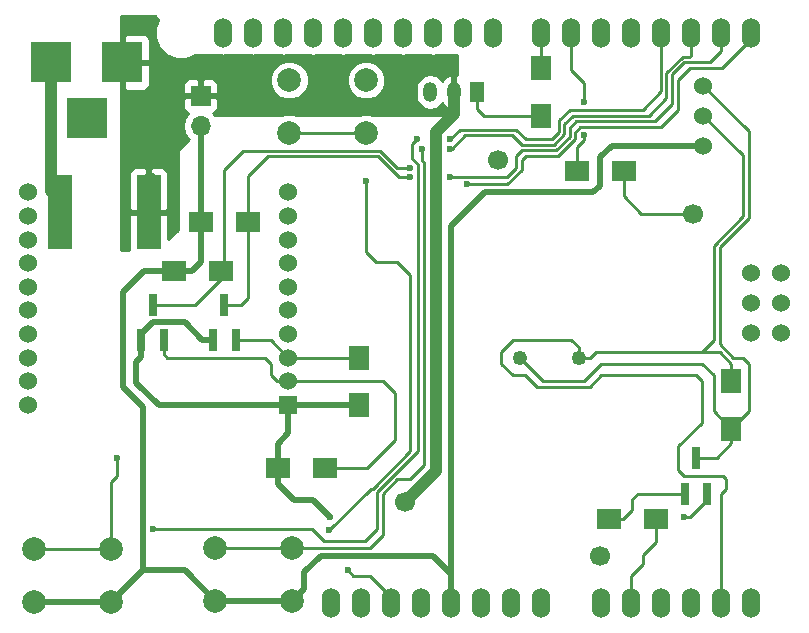
<source format=gbr>
G04 #@! TF.GenerationSoftware,KiCad,Pcbnew,5.0.1*
G04 #@! TF.CreationDate,2019-02-15T13:26:15-06:00*
G04 #@! TF.ProjectId,tomato_timer,746F6D61746F5F74696D65722E6B6963,rev?*
G04 #@! TF.SameCoordinates,Original*
G04 #@! TF.FileFunction,Copper,L1,Top,Signal*
G04 #@! TF.FilePolarity,Positive*
%FSLAX46Y46*%
G04 Gerber Fmt 4.6, Leading zero omitted, Abs format (unit mm)*
G04 Created by KiCad (PCBNEW 5.0.1) date Fri 15 Feb 2019 01:26:15 PM CST*
%MOMM*%
%LPD*%
G01*
G04 APERTURE LIST*
G04 #@! TA.AperFunction,SMDPad,CuDef*
%ADD10R,2.000000X1.700000*%
G04 #@! TD*
G04 #@! TA.AperFunction,SMDPad,CuDef*
%ADD11R,2.000000X6.300000*%
G04 #@! TD*
G04 #@! TA.AperFunction,ComponentPad*
%ADD12O,1.524000X2.540000*%
G04 #@! TD*
G04 #@! TA.AperFunction,ComponentPad*
%ADD13C,1.524000*%
G04 #@! TD*
G04 #@! TA.AperFunction,ComponentPad*
%ADD14C,2.000000*%
G04 #@! TD*
G04 #@! TA.AperFunction,SMDPad,CuDef*
%ADD15R,1.700000X2.000000*%
G04 #@! TD*
G04 #@! TA.AperFunction,ComponentPad*
%ADD16C,1.250000*%
G04 #@! TD*
G04 #@! TA.AperFunction,ComponentPad*
%ADD17R,1.524000X1.524000*%
G04 #@! TD*
G04 #@! TA.AperFunction,ComponentPad*
%ADD18R,3.500000X3.500000*%
G04 #@! TD*
G04 #@! TA.AperFunction,ComponentPad*
%ADD19R,1.700000X1.700000*%
G04 #@! TD*
G04 #@! TA.AperFunction,ComponentPad*
%ADD20O,1.700000X1.700000*%
G04 #@! TD*
G04 #@! TA.AperFunction,ComponentPad*
%ADD21C,1.700000*%
G04 #@! TD*
G04 #@! TA.AperFunction,SMDPad,CuDef*
%ADD22R,0.800000X1.900000*%
G04 #@! TD*
G04 #@! TA.AperFunction,ComponentPad*
%ADD23O,1.200000X1.700000*%
G04 #@! TD*
G04 #@! TA.AperFunction,ComponentPad*
%ADD24R,1.200000X1.700000*%
G04 #@! TD*
G04 #@! TA.AperFunction,ViaPad*
%ADD25C,0.600000*%
G04 #@! TD*
G04 #@! TA.AperFunction,Conductor*
%ADD26C,0.500000*%
G04 #@! TD*
G04 #@! TA.AperFunction,Conductor*
%ADD27C,0.250000*%
G04 #@! TD*
G04 #@! TA.AperFunction,Conductor*
%ADD28C,1.000000*%
G04 #@! TD*
G04 #@! TA.AperFunction,Conductor*
%ADD29C,0.254000*%
G04 #@! TD*
G04 APERTURE END LIST*
D10*
G04 #@! TO.P,R7,2*
G04 #@! TO.N,/PIXEL_RING_PIN*
X197330000Y-75225000D03*
G04 #@! TO.P,R7,1*
G04 #@! TO.N,Net-(D2-Pad4)*
X201330000Y-75225000D03*
G04 #@! TD*
G04 #@! TO.P,R4,2*
G04 #@! TO.N,/3V3*
X172030019Y-100372801D03*
G04 #@! TO.P,R4,1*
G04 #@! TO.N,/DOUT*
X176030019Y-100372801D03*
G04 #@! TD*
D11*
G04 #@! TO.P,C2,2*
G04 #@! TO.N,/GND*
X153580019Y-78672801D03*
G04 #@! TO.P,C2,1*
G04 #@! TO.N,/5V_IN*
X161080019Y-78672801D03*
G04 #@! TD*
D12*
G04 #@! TO.P,TOMATO_SHIELD1,AD5*
G04 #@! TO.N,N/C*
X212100000Y-111760000D03*
G04 #@! TO.P,TOMATO_SHIELD1,AD4*
G04 #@! TO.N,/VOL_IN*
X209560000Y-111760000D03*
G04 #@! TO.P,TOMATO_SHIELD1,AD3*
G04 #@! TO.N,N/C*
X207020000Y-111760000D03*
G04 #@! TO.P,TOMATO_SHIELD1,AD0*
X199400000Y-111760000D03*
G04 #@! TO.P,TOMATO_SHIELD1,AD1*
G04 #@! TO.N,/BUZZER*
X201940000Y-111760000D03*
G04 #@! TO.P,TOMATO_SHIELD1,AD2*
G04 #@! TO.N,N/C*
X204480000Y-111760000D03*
G04 #@! TO.P,TOMATO_SHIELD1,V_IN*
X194320000Y-111760000D03*
G04 #@! TO.P,TOMATO_SHIELD1,GND2*
G04 #@! TO.N,/GND*
X191780000Y-111760000D03*
G04 #@! TO.P,TOMATO_SHIELD1,GND1*
X189240000Y-111760000D03*
G04 #@! TO.P,TOMATO_SHIELD1,3V3*
G04 #@! TO.N,/3V3*
X184160000Y-111760000D03*
G04 #@! TO.P,TOMATO_SHIELD1,RST*
G04 #@! TO.N,/RESET*
X181620000Y-111760000D03*
G04 #@! TO.P,TOMATO_SHIELD1,0*
G04 #@! TO.N,/RX*
X212100000Y-63500000D03*
G04 #@! TO.P,TOMATO_SHIELD1,1*
G04 #@! TO.N,/TX*
X209560000Y-63500000D03*
G04 #@! TO.P,TOMATO_SHIELD1,2*
G04 #@! TO.N,/BTN_START*
X207020000Y-63500000D03*
G04 #@! TO.P,TOMATO_SHIELD1,3*
G04 #@! TO.N,/BTN_STOP*
X204480000Y-63500000D03*
G04 #@! TO.P,TOMATO_SHIELD1,4*
G04 #@! TO.N,N/C*
X201940000Y-63500000D03*
G04 #@! TO.P,TOMATO_SHIELD1,5*
X199400000Y-63500000D03*
G04 #@! TO.P,TOMATO_SHIELD1,6*
G04 #@! TO.N,/PIXEL_RING_PIN*
X196860000Y-63500000D03*
G04 #@! TO.P,TOMATO_SHIELD1,7*
G04 #@! TO.N,/PIXEL_STRIP_PIN*
X194320000Y-63500000D03*
G04 #@! TO.P,TOMATO_SHIELD1,8*
G04 #@! TO.N,N/C*
X190256000Y-63500000D03*
G04 #@! TO.P,TOMATO_SHIELD1,9*
X187716000Y-63500000D03*
G04 #@! TO.P,TOMATO_SHIELD1,10*
X185176000Y-63500000D03*
G04 #@! TO.P,TOMATO_SHIELD1,11*
X182636000Y-63500000D03*
G04 #@! TO.P,TOMATO_SHIELD1,12*
X180096000Y-63500000D03*
G04 #@! TO.P,TOMATO_SHIELD1,13*
X177556000Y-63500000D03*
G04 #@! TO.P,TOMATO_SHIELD1,GND3*
G04 #@! TO.N,/GND*
X175016000Y-63500000D03*
G04 #@! TO.P,TOMATO_SHIELD1,AREF*
G04 #@! TO.N,N/C*
X172476000Y-63500000D03*
G04 #@! TO.P,TOMATO_SHIELD1,5V*
G04 #@! TO.N,/5V*
X186700000Y-111760000D03*
G04 #@! TO.P,TOMATO_SHIELD1,SDA*
G04 #@! TO.N,N/C*
X169936000Y-63500000D03*
G04 #@! TO.P,TOMATO_SHIELD1,SCL*
X167396000Y-63500000D03*
G04 #@! TO.P,TOMATO_SHIELD1,IO_R*
X179080000Y-111760000D03*
G04 #@! TO.P,TOMATO_SHIELD1,NC*
X176540000Y-111760000D03*
D13*
G04 #@! TO.P,TOMATO_SHIELD1,SP1*
X212100000Y-83820000D03*
G04 #@! TO.P,TOMATO_SHIELD1,SP2*
X214640000Y-83820000D03*
G04 #@! TO.P,TOMATO_SHIELD1,SP3*
X212100000Y-86360000D03*
G04 #@! TO.P,TOMATO_SHIELD1,SP4*
X214640000Y-86360000D03*
G04 #@! TO.P,TOMATO_SHIELD1,SP5*
X212100000Y-88900000D03*
G04 #@! TO.P,TOMATO_SHIELD1,SP6*
X214640000Y-88900000D03*
G04 #@! TD*
D14*
G04 #@! TO.P,SW2,2*
G04 #@! TO.N,/GND*
X179500000Y-67500000D03*
G04 #@! TO.P,SW2,1*
G04 #@! TO.N,/RESET*
X179500000Y-72000000D03*
G04 #@! TO.P,SW2,2*
G04 #@! TO.N,/GND*
X173000000Y-67500000D03*
G04 #@! TO.P,SW2,1*
G04 #@! TO.N,/RESET*
X173000000Y-72000000D03*
G04 #@! TD*
D15*
G04 #@! TO.P,R10,1*
G04 #@! TO.N,/VOL_IN*
X210430000Y-93000000D03*
G04 #@! TO.P,R10,2*
G04 #@! TO.N,Net-(LS1-Pad1)*
X210430000Y-97000000D03*
G04 #@! TD*
D14*
G04 #@! TO.P,SW3,2*
G04 #@! TO.N,/BTN_START*
X173246000Y-107100000D03*
G04 #@! TO.P,SW3,1*
G04 #@! TO.N,/5V*
X173246000Y-111600000D03*
G04 #@! TO.P,SW3,2*
G04 #@! TO.N,/BTN_START*
X166746000Y-107100000D03*
G04 #@! TO.P,SW3,1*
G04 #@! TO.N,/5V*
X166746000Y-111600000D03*
G04 #@! TD*
G04 #@! TO.P,SW4,2*
G04 #@! TO.N,/BTN_STOP*
X157896000Y-107200000D03*
G04 #@! TO.P,SW4,1*
G04 #@! TO.N,/5V*
X157896000Y-111700000D03*
G04 #@! TO.P,SW4,2*
G04 #@! TO.N,/BTN_STOP*
X151396000Y-107200000D03*
G04 #@! TO.P,SW4,1*
G04 #@! TO.N,/5V*
X151396000Y-111700000D03*
G04 #@! TD*
D16*
G04 #@! TO.P,LS1,1*
G04 #@! TO.N,Net-(LS1-Pad1)*
X192500000Y-91000000D03*
G04 #@! TO.P,LS1,2*
G04 #@! TO.N,/VOL_IN*
X197500000Y-91000000D03*
G04 #@! TD*
D13*
G04 #@! TO.P,U1,11*
G04 #@! TO.N,N/C*
X150900000Y-77000000D03*
G04 #@! TO.P,U1,12*
X150900000Y-79000000D03*
G04 #@! TO.P,U1,13*
X150900000Y-81000000D03*
G04 #@! TO.P,U1,14*
X150900000Y-83000000D03*
G04 #@! TO.P,U1,15*
X150900000Y-85000000D03*
G04 #@! TO.P,U1,16*
X150900000Y-87000000D03*
G04 #@! TO.P,U1,17*
X150900000Y-89000000D03*
G04 #@! TO.P,U1,18*
X150900000Y-91000000D03*
G04 #@! TO.P,U1,19*
X150900000Y-93000000D03*
G04 #@! TO.P,U1,20*
X150900000Y-95000000D03*
G04 #@! TO.P,U1,10*
G04 #@! TO.N,/GND*
X172900000Y-77000000D03*
G04 #@! TO.P,U1,9*
G04 #@! TO.N,N/C*
X172900000Y-79000000D03*
G04 #@! TO.P,U1,8*
X172900000Y-81000000D03*
G04 #@! TO.P,U1,7*
X172900000Y-83000000D03*
G04 #@! TO.P,U1,6*
X172900000Y-85000000D03*
G04 #@! TO.P,U1,5*
X172900000Y-87000000D03*
G04 #@! TO.P,U1,4*
X172900000Y-89000000D03*
G04 #@! TO.P,U1,3*
G04 #@! TO.N,/DIN*
X172900000Y-91000000D03*
G04 #@! TO.P,U1,2*
G04 #@! TO.N,/DOUT*
X172900000Y-93000000D03*
D17*
G04 #@! TO.P,U1,1*
G04 #@! TO.N,/3V3*
X172900000Y-95000000D03*
G04 #@! TD*
D18*
G04 #@! TO.P,J1,3*
G04 #@! TO.N,N/C*
X155853000Y-70700000D03*
G04 #@! TO.P,J1,2*
G04 #@! TO.N,/GND*
X152853000Y-66000000D03*
G04 #@! TO.P,J1,1*
G04 #@! TO.N,/5V_IN*
X158853000Y-66000000D03*
G04 #@! TD*
D19*
G04 #@! TO.P,JP2,1*
G04 #@! TO.N,/5V_IN*
X165500000Y-68834000D03*
D20*
G04 #@! TO.P,JP2,2*
G04 #@! TO.N,/5V*
X165500000Y-71374000D03*
G04 #@! TD*
D21*
G04 #@! TO.P,D2,4*
G04 #@! TO.N,Net-(D2-Pad4)*
X207192000Y-78808000D03*
G04 #@! TO.P,D2,1*
G04 #@! TO.N,N/C*
X190682000Y-74236000D03*
G04 #@! TO.P,D2,2*
G04 #@! TO.N,/GND*
X199318000Y-107764000D03*
G04 #@! TO.P,D2,3*
G04 #@! TO.N,/5V_IN*
X182808000Y-103192000D03*
G04 #@! TD*
D13*
G04 #@! TO.P,RV1,2*
G04 #@! TO.N,/VOL_IN*
X208060000Y-70500000D03*
G04 #@! TO.P,RV1,3*
G04 #@! TO.N,/5V*
X208060000Y-73040000D03*
G04 #@! TO.P,RV1,1*
G04 #@! TO.N,Net-(LS1-Pad1)*
X208060000Y-67960000D03*
G04 #@! TD*
D10*
G04 #@! TO.P,R1,1*
G04 #@! TO.N,/5V*
X165500000Y-79500000D03*
G04 #@! TO.P,R1,2*
G04 #@! TO.N,/TX*
X169500000Y-79500000D03*
G04 #@! TD*
D15*
G04 #@! TO.P,R2,2*
G04 #@! TO.N,/3V3*
X178930000Y-95000000D03*
G04 #@! TO.P,R2,1*
G04 #@! TO.N,/DIN*
X178930000Y-91000000D03*
G04 #@! TD*
D10*
G04 #@! TO.P,R3,1*
G04 #@! TO.N,/5V*
X163230019Y-83672801D03*
G04 #@! TO.P,R3,2*
G04 #@! TO.N,/RX*
X167230019Y-83672801D03*
G04 #@! TD*
D15*
G04 #@! TO.P,R8,1*
G04 #@! TO.N,Net-(D1-Pad1)*
X194320000Y-70500000D03*
G04 #@! TO.P,R8,2*
G04 #@! TO.N,/PIXEL_STRIP_PIN*
X194320000Y-66500000D03*
G04 #@! TD*
D22*
G04 #@! TO.P,Q1,3*
G04 #@! TO.N,/TX*
X167500000Y-86500000D03*
G04 #@! TO.P,Q1,2*
G04 #@! TO.N,/DIN*
X168450000Y-89500000D03*
G04 #@! TO.P,Q1,1*
G04 #@! TO.N,/3V3*
X166550000Y-89500000D03*
G04 #@! TD*
G04 #@! TO.P,Q2,1*
G04 #@! TO.N,/3V3*
X160480000Y-89500000D03*
G04 #@! TO.P,Q2,2*
G04 #@! TO.N,/DOUT*
X162380000Y-89500000D03*
G04 #@! TO.P,Q2,3*
G04 #@! TO.N,/RX*
X161430000Y-86500000D03*
G04 #@! TD*
G04 #@! TO.P,Q3,C*
G04 #@! TO.N,Net-(LS1-Pad1)*
X207430000Y-99500000D03*
G04 #@! TO.P,Q3,E*
G04 #@! TO.N,/GND*
X208380000Y-102500000D03*
G04 #@! TO.P,Q3,B*
G04 #@! TO.N,Net-(Q3-PadB)*
X206480000Y-102500000D03*
G04 #@! TD*
D10*
G04 #@! TO.P,R9,2*
G04 #@! TO.N,Net-(Q3-PadB)*
X200030019Y-104672801D03*
G04 #@! TO.P,R9,1*
G04 #@! TO.N,/BUZZER*
X204030019Y-104672801D03*
G04 #@! TD*
D23*
G04 #@! TO.P,D1,3*
G04 #@! TO.N,/GND*
X184930000Y-68500000D03*
G04 #@! TO.P,D1,2*
G04 #@! TO.N,/5V_IN*
X186930000Y-68500000D03*
D24*
G04 #@! TO.P,D1,1*
G04 #@! TO.N,Net-(D1-Pad1)*
X188930000Y-68500000D03*
G04 #@! TD*
D25*
G04 #@! TO.N,/3V3*
X176430000Y-104500000D03*
G04 #@! TO.N,/TX*
X186630000Y-75700000D03*
X183230000Y-75700000D03*
G04 #@! TO.N,/RX*
X188030000Y-76325000D03*
X183230000Y-74900000D03*
G04 #@! TO.N,/BTN_START*
X186630000Y-73300000D03*
X184230000Y-73300000D03*
G04 #@! TO.N,/BTN_STOP*
X161446000Y-105500000D03*
X158430000Y-99500000D03*
X186630000Y-72500000D03*
X183805736Y-72500000D03*
G04 #@! TO.N,/RESET*
X177930000Y-109000000D03*
X176328959Y-105601041D03*
X179500000Y-76000000D03*
G04 #@! TO.N,/PIXEL_RING_PIN*
X197960000Y-69375000D03*
X197960000Y-72125000D03*
G04 #@! TO.N,/GND*
X206430000Y-104500000D03*
G04 #@! TD*
D26*
G04 #@! TO.N,/3V3*
X176500000Y-95000000D02*
X172900000Y-95000000D01*
X176500000Y-95000000D02*
X178930000Y-95000000D01*
X172900000Y-95000000D02*
X161930000Y-95000000D01*
X161930000Y-95000000D02*
X160050000Y-93120000D01*
X161430000Y-88000000D02*
X160480000Y-88950000D01*
X164150000Y-88000000D02*
X161430000Y-88000000D01*
X160480000Y-88950000D02*
X160480000Y-89500000D01*
X166550000Y-89500000D02*
X165650000Y-89500000D01*
X165650000Y-89500000D02*
X164150000Y-88000000D01*
X160050000Y-91380000D02*
X160050000Y-93120000D01*
X160480000Y-90950000D02*
X160050000Y-91380000D01*
X160480000Y-89500000D02*
X160480000Y-90950000D01*
X172030019Y-101722801D02*
X173380019Y-103072801D01*
X172030019Y-100372801D02*
X172030019Y-101722801D01*
X175002801Y-103072801D02*
X176430000Y-104500000D01*
X173380019Y-103072801D02*
X175002801Y-103072801D01*
X172900000Y-95000000D02*
X172900000Y-97402820D01*
X172030019Y-98272801D02*
X172030019Y-100372801D01*
X172900000Y-97402820D02*
X172030019Y-98272801D01*
D27*
G04 #@! TO.N,/TX*
X168930000Y-86500000D02*
X167500000Y-86500000D01*
X169500000Y-79500000D02*
X169500000Y-85930000D01*
X169500000Y-85930000D02*
X168930000Y-86500000D01*
X169500000Y-75630000D02*
X169500000Y-79500000D01*
X182268601Y-75700000D02*
X180518610Y-73950009D01*
X183230000Y-75700000D02*
X182268601Y-75700000D01*
X171179991Y-73950009D02*
X169500000Y-75630000D01*
X180518610Y-73950009D02*
X171179991Y-73950009D01*
X209560000Y-65020000D02*
X209560000Y-63500000D01*
X208580000Y-66000000D02*
X209560000Y-65020000D01*
X206430000Y-66000000D02*
X208580000Y-66000000D01*
X205430000Y-69500000D02*
X205430000Y-67000000D01*
X197302820Y-71000000D02*
X203930000Y-71000000D01*
X196730018Y-71572802D02*
X197302820Y-71000000D01*
X196730018Y-72276804D02*
X196730018Y-71572802D01*
X205430000Y-67000000D02*
X206430000Y-66000000D01*
X191430000Y-75700000D02*
X192230000Y-74900000D01*
X192230000Y-73900000D02*
X192729980Y-73400020D01*
X203930000Y-71000000D02*
X205430000Y-69500000D01*
X192230000Y-74900000D02*
X192230000Y-73900000D01*
X192729980Y-73400020D02*
X195606802Y-73400020D01*
X186630000Y-75700000D02*
X191430000Y-75700000D01*
X195606802Y-73400020D02*
X196730018Y-72276804D01*
G04 #@! TO.N,/RX*
X162080000Y-86500000D02*
X161430000Y-86500000D01*
X165030000Y-86500000D02*
X162080000Y-86500000D01*
X167430000Y-84100000D02*
X165030000Y-86500000D01*
X167430000Y-83000000D02*
X167430000Y-84100000D01*
X204430000Y-71500000D02*
X199430000Y-71500000D01*
X212100000Y-63500000D02*
X212100000Y-64008000D01*
X212100000Y-64008000D02*
X209608000Y-66500000D01*
X209608000Y-66500000D02*
X206930000Y-66500000D01*
X205930000Y-70000000D02*
X204430000Y-71500000D01*
X206930000Y-66500000D02*
X205930000Y-67500000D01*
X205930000Y-67500000D02*
X205930000Y-70000000D01*
X197630000Y-71500000D02*
X197180028Y-71949972D01*
X199430000Y-71500000D02*
X197630000Y-71500000D01*
X197180027Y-72463205D02*
X195743232Y-73900000D01*
X197180028Y-71949972D02*
X197180027Y-72463205D01*
X192680010Y-74249990D02*
X192680009Y-75086401D01*
X195743232Y-73900000D02*
X193030000Y-73900000D01*
X193030000Y-73900000D02*
X192680010Y-74249990D01*
X192680009Y-75086401D02*
X191441420Y-76324990D01*
X191441420Y-76324990D02*
X188030010Y-76324990D01*
X188030010Y-76324990D02*
X188030000Y-76325000D01*
X167430000Y-75100000D02*
X167430000Y-83000000D01*
X169055005Y-73474995D02*
X167430000Y-75100000D01*
X180680006Y-73474995D02*
X169055005Y-73474995D01*
X183230000Y-74900000D02*
X182105011Y-74900000D01*
X182105011Y-74900000D02*
X180680006Y-73474995D01*
D26*
G04 #@! TO.N,/5V*
X166746000Y-111600000D02*
X173246000Y-111600000D01*
X157896000Y-111700000D02*
X151396000Y-111700000D01*
X157896000Y-111700000D02*
X160596000Y-109000000D01*
X164146000Y-109000000D02*
X166746000Y-111600000D01*
X160596000Y-109000000D02*
X164146000Y-109000000D01*
X165500000Y-79500000D02*
X165500000Y-80930000D01*
X174245999Y-110600001D02*
X174245999Y-109184001D01*
X173246000Y-111600000D02*
X174245999Y-110600001D01*
X174245999Y-109184001D02*
X175654990Y-107775010D01*
X175654990Y-107775010D02*
X185205010Y-107775010D01*
X160596000Y-95166000D02*
X160596000Y-109000000D01*
X158930000Y-93500000D02*
X160596000Y-95166000D01*
X186700000Y-109270000D02*
X186700000Y-111760000D01*
X185205010Y-107775010D02*
X186700000Y-109270000D01*
X165500000Y-71374000D02*
X165500000Y-79500000D01*
X165500000Y-82902820D02*
X165500000Y-80930000D01*
X164730019Y-83672801D02*
X165500000Y-82902820D01*
X163230019Y-83672801D02*
X164730019Y-83672801D01*
X160730000Y-83672801D02*
X158930000Y-85472801D01*
X163230019Y-83672801D02*
X160730000Y-83672801D01*
X158930000Y-85472801D02*
X158930000Y-93500000D01*
X186696000Y-79834000D02*
X186696000Y-83566000D01*
X186696000Y-83566000D02*
X186700000Y-111760000D01*
X200315000Y-73040000D02*
X199330000Y-74025000D01*
X208060000Y-73040000D02*
X200315000Y-73040000D01*
X198755000Y-77000000D02*
X189530000Y-77000000D01*
X199330000Y-74025000D02*
X199330000Y-76425000D01*
X189530000Y-77000000D02*
X186696000Y-79834000D01*
X199330000Y-76425000D02*
X198755000Y-77000000D01*
D27*
G04 #@! TO.N,/BTN_START*
X166746000Y-107100000D02*
X173246000Y-107100000D01*
X180930000Y-106000000D02*
X179830000Y-107100000D01*
X180930000Y-102500000D02*
X180930000Y-106000000D01*
X179830000Y-107100000D02*
X173246000Y-107100000D01*
X203430000Y-70500000D02*
X198430000Y-70500000D01*
X207020000Y-65410000D02*
X206930000Y-65500000D01*
X207020000Y-63500000D02*
X207020000Y-65410000D01*
X206930000Y-65500000D02*
X206293590Y-65500000D01*
X206293590Y-65500000D02*
X204930000Y-66863590D01*
X204930000Y-66863590D02*
X204930000Y-69000000D01*
X204930000Y-69000000D02*
X203430000Y-70500000D01*
X183230000Y-101300000D02*
X182130000Y-101300000D01*
X184230000Y-74300000D02*
X184404990Y-74474990D01*
X182130000Y-101300000D02*
X180930000Y-102500000D01*
X184230000Y-73300000D02*
X184230000Y-74300000D01*
X184404990Y-100125010D02*
X183230000Y-101300000D01*
X184404990Y-74474990D02*
X184404990Y-100125010D01*
X196280009Y-72090403D02*
X196280009Y-71250010D01*
X195420403Y-72950009D02*
X196280009Y-72090403D01*
X192680010Y-72950010D02*
X195420403Y-72950009D01*
X198430000Y-70500000D02*
X197030019Y-70500000D01*
X196280009Y-71250010D02*
X197030019Y-70500000D01*
X191880010Y-72150010D02*
X192680010Y-72950010D01*
X186630000Y-73300000D02*
X186755002Y-73300000D01*
X187904992Y-72150010D02*
X191880010Y-72150010D01*
X186755002Y-73300000D02*
X187904992Y-72150010D01*
G04 #@! TO.N,/BTN_STOP*
X152810213Y-107200000D02*
X157896000Y-107200000D01*
X151396000Y-107200000D02*
X152810213Y-107200000D01*
X180430000Y-102363590D02*
X180430000Y-105500000D01*
X180430000Y-105500000D02*
X179430000Y-106500000D01*
X179430000Y-106500000D02*
X175930000Y-106500000D01*
X175930000Y-106500000D02*
X174930000Y-105500000D01*
X174930000Y-105500000D02*
X165930000Y-105500000D01*
X165930000Y-105500000D02*
X161446000Y-105500000D01*
X158430000Y-99500000D02*
X158430000Y-101000000D01*
X157896000Y-101534000D02*
X157896000Y-107200000D01*
X158430000Y-101000000D02*
X157896000Y-101534000D01*
X204480000Y-68450000D02*
X202930000Y-70000000D01*
X204480000Y-63500000D02*
X204480000Y-68450000D01*
X202930000Y-70000000D02*
X197930000Y-70000000D01*
X197930000Y-70000000D02*
X196730000Y-70000000D01*
X196730000Y-70000000D02*
X195830000Y-70900000D01*
X195830000Y-71904002D02*
X195234002Y-72500000D01*
X195830000Y-70900000D02*
X195830000Y-71904002D01*
X195234002Y-72500000D02*
X193030000Y-72500000D01*
X193030000Y-72500000D02*
X192230000Y-71700000D01*
X192230000Y-71700000D02*
X187430000Y-71700000D01*
X187430000Y-71700000D02*
X186630000Y-72500000D01*
X182930000Y-99863590D02*
X182830000Y-99963590D01*
X182830000Y-99963590D02*
X180430000Y-102363590D01*
X183855001Y-98938589D02*
X182830000Y-99963590D01*
X183855001Y-74599999D02*
X183855001Y-98938589D01*
X183805736Y-72500000D02*
X183430000Y-72875736D01*
X183430000Y-74174998D02*
X183855001Y-74599999D01*
X183430000Y-72875736D02*
X183430000Y-74174998D01*
G04 #@! TO.N,/BUZZER*
X201940000Y-109490000D02*
X201940000Y-111760000D01*
X202930000Y-108500000D02*
X201940000Y-109490000D01*
X204030019Y-106572782D02*
X202930000Y-107672801D01*
X204030019Y-104672801D02*
X204030019Y-106572782D01*
X202930000Y-107672801D02*
X202930000Y-108500000D01*
G04 #@! TO.N,/RESET*
X173000000Y-72000000D02*
X179500000Y-72000000D01*
X179868000Y-109500000D02*
X181620000Y-111252000D01*
X181620000Y-111252000D02*
X181620000Y-111760000D01*
X177930000Y-109000000D02*
X178430000Y-109500000D01*
X178430000Y-109500000D02*
X179868000Y-109500000D01*
X176401961Y-105601041D02*
X176328959Y-105601041D01*
X179930000Y-102073002D02*
X176401961Y-105601041D01*
X180056998Y-102073002D02*
X179930000Y-102073002D01*
X179500000Y-82070000D02*
X180330000Y-82900000D01*
X179500000Y-76000000D02*
X179500000Y-82070000D01*
X183230000Y-84000000D02*
X183230000Y-98900000D01*
X180330000Y-82900000D02*
X182130000Y-82900000D01*
X183230000Y-98900000D02*
X180056998Y-102073002D01*
X182130000Y-82900000D02*
X183230000Y-84000000D01*
G04 #@! TO.N,/DIN*
X172900000Y-91000000D02*
X176500000Y-91000000D01*
X171430000Y-89530000D02*
X172900000Y-91000000D01*
X176500000Y-91000000D02*
X178930000Y-91000000D01*
X168450000Y-89500000D02*
X171430000Y-89500000D01*
X171430000Y-89500000D02*
X171430000Y-89530000D01*
G04 #@! TO.N,/DOUT*
X162380000Y-90700000D02*
X162380000Y-89500000D01*
X172900000Y-93000000D02*
X171930000Y-93000000D01*
X171430000Y-91500000D02*
X170930000Y-91000000D01*
X171930000Y-93000000D02*
X171430000Y-92500000D01*
X171430000Y-92500000D02*
X171430000Y-91500000D01*
X170930000Y-91000000D02*
X162680000Y-91000000D01*
X162680000Y-91000000D02*
X162380000Y-90700000D01*
X179557199Y-100372801D02*
X176030019Y-100372801D01*
X181930000Y-98000000D02*
X179557199Y-100372801D01*
X181930000Y-94000000D02*
X181930000Y-98000000D01*
X172900000Y-93000000D02*
X180930000Y-93000000D01*
X180930000Y-93000000D02*
X181930000Y-94000000D01*
G04 #@! TO.N,/PIXEL_RING_PIN*
X196860000Y-63500000D02*
X196860000Y-65020000D01*
X196860000Y-65020000D02*
X196860000Y-66600000D01*
X196860000Y-66600000D02*
X197960000Y-67700000D01*
X197960000Y-67700000D02*
X197960000Y-69375000D01*
X197960000Y-72125000D02*
X197960000Y-72549264D01*
X197330000Y-73179264D02*
X197330000Y-75225000D01*
X197960000Y-72549264D02*
X197330000Y-73179264D01*
G04 #@! TO.N,/PIXEL_STRIP_PIN*
X194320000Y-63500000D02*
X194320000Y-66500000D01*
G04 #@! TO.N,Net-(D2-Pad4)*
X202813000Y-78808000D02*
X207192000Y-78808000D01*
X201330000Y-75225000D02*
X201330000Y-77325000D01*
X201330000Y-77325000D02*
X202813000Y-78808000D01*
D28*
G04 #@! TO.N,/5V_IN*
X161206000Y-77748000D02*
X161206000Y-75794000D01*
X185430000Y-71850000D02*
X185430000Y-100570000D01*
X186930000Y-70350000D02*
X185430000Y-71850000D01*
X185430000Y-100570000D02*
X182808000Y-103192000D01*
X186930000Y-68500000D02*
X186930000Y-70350000D01*
D27*
G04 #@! TO.N,/GND*
X206930000Y-104500000D02*
X206430000Y-104500000D01*
X208380000Y-102500000D02*
X208380000Y-103050000D01*
X208380000Y-103050000D02*
X206930000Y-104500000D01*
D28*
X152853000Y-76895000D02*
X153706000Y-77748000D01*
X152853000Y-66000000D02*
X152853000Y-76895000D01*
D27*
G04 #@! TO.N,Net-(LS1-Pad1)*
X197930000Y-93000000D02*
X194500000Y-93000000D01*
X207930000Y-91500000D02*
X199430000Y-91500000D01*
X194500000Y-93000000D02*
X192500000Y-91000000D01*
X199430000Y-91500000D02*
X197930000Y-93000000D01*
X207930000Y-91500000D02*
X208930000Y-92500000D01*
X208930000Y-92500000D02*
X208930000Y-95500000D01*
X208930000Y-95500000D02*
X210430000Y-97000000D01*
X210430000Y-98250000D02*
X209180000Y-99500000D01*
X210430000Y-97000000D02*
X210430000Y-98250000D01*
X209180000Y-99500000D02*
X207430000Y-99500000D01*
X211930000Y-95500000D02*
X210430000Y-97000000D01*
X211430000Y-91000000D02*
X211930000Y-91500000D01*
X210566410Y-91000000D02*
X211430000Y-91000000D01*
X211930000Y-91500000D02*
X211930000Y-95500000D01*
X209430000Y-89863590D02*
X210566410Y-91000000D01*
X211930000Y-71830000D02*
X211930000Y-72000000D01*
X208060000Y-67960000D02*
X211930000Y-71830000D01*
X211930000Y-79136410D02*
X209430000Y-81636410D01*
X211930000Y-75000000D02*
X211930000Y-79136410D01*
X211930000Y-75000000D02*
X211930000Y-75136410D01*
X211930000Y-72000000D02*
X211930000Y-75000000D01*
X209430000Y-81636410D02*
X209430000Y-89863590D01*
G04 #@! TO.N,Net-(Q3-PadB)*
X206480000Y-102500000D02*
X203430000Y-102500000D01*
X201280019Y-104672801D02*
X202030019Y-103922801D01*
X200030019Y-104672801D02*
X201280019Y-104672801D01*
X202030019Y-103922801D02*
X202030019Y-102972801D01*
X202502820Y-102500000D02*
X203430000Y-102500000D01*
X202030019Y-102972801D02*
X202502820Y-102500000D01*
G04 #@! TO.N,Net-(D1-Pad1)*
X188930000Y-69910000D02*
X188930000Y-68500000D01*
X194320000Y-70500000D02*
X189520000Y-70500000D01*
X189520000Y-70500000D02*
X188930000Y-69910000D01*
G04 #@! TO.N,/VOL_IN*
X208930000Y-89500000D02*
X207930000Y-90500000D01*
X207930000Y-90500000D02*
X198930000Y-90500000D01*
X198430000Y-91000000D02*
X197500000Y-91000000D01*
X198930000Y-90500000D02*
X198430000Y-91000000D01*
X207930000Y-90500000D02*
X209430000Y-90500000D01*
X210430000Y-91500000D02*
X210430000Y-93000000D01*
X209430000Y-90500000D02*
X210430000Y-91500000D01*
X211430000Y-73870000D02*
X211430000Y-74000000D01*
X208060000Y-70500000D02*
X211430000Y-73870000D01*
X211430000Y-74000000D02*
X211430000Y-75000000D01*
X211430000Y-75000000D02*
X211430000Y-79000000D01*
X211430000Y-79000000D02*
X208930000Y-81500000D01*
X208930000Y-81500000D02*
X208930000Y-89500000D01*
X197500000Y-90116117D02*
X197500000Y-91000000D01*
X196883883Y-89500000D02*
X197500000Y-90116117D01*
X205930000Y-100500000D02*
X205930000Y-98500000D01*
X206430000Y-101000000D02*
X205930000Y-100500000D01*
X205930000Y-98500000D02*
X207930000Y-96500000D01*
X192930000Y-92500000D02*
X191930000Y-92500000D01*
X207930000Y-96500000D02*
X207930000Y-93000000D01*
X191930000Y-89500000D02*
X196883883Y-89500000D01*
X207930000Y-93000000D02*
X207430000Y-92500000D01*
X207430000Y-92500000D02*
X199430000Y-92500000D01*
X193930000Y-93500000D02*
X192930000Y-92500000D01*
X199430000Y-92500000D02*
X198430000Y-93500000D01*
X198430000Y-93500000D02*
X193930000Y-93500000D01*
X191930000Y-92500000D02*
X190930000Y-91500000D01*
X190930000Y-91500000D02*
X190930000Y-90500000D01*
X190930000Y-90500000D02*
X191930000Y-89500000D01*
X206430000Y-101000000D02*
X209732000Y-101000000D01*
X209732000Y-101000000D02*
X209986000Y-101254000D01*
X209986000Y-102098000D02*
X209560000Y-102524000D01*
X209986000Y-101254000D02*
X209986000Y-102098000D01*
X209560000Y-111760000D02*
X209560000Y-102524000D01*
G04 #@! TD*
D29*
G04 #@! TO.N,/5V_IN*
G36*
X161903602Y-62367208D02*
X161617500Y-63057917D01*
X161617500Y-63942083D01*
X161955856Y-64758945D01*
X162581055Y-65384144D01*
X163397917Y-65722500D01*
X164282083Y-65722500D01*
X165053708Y-65402882D01*
X167226734Y-65398699D01*
X167396000Y-65432368D01*
X167568575Y-65398041D01*
X169742389Y-65393856D01*
X169936000Y-65432368D01*
X170133395Y-65393103D01*
X172258044Y-65389014D01*
X172476000Y-65432368D01*
X172698216Y-65388166D01*
X174773699Y-65384171D01*
X175016000Y-65432368D01*
X175263037Y-65383229D01*
X177289354Y-65379328D01*
X177556000Y-65432368D01*
X177827858Y-65378292D01*
X179805009Y-65374486D01*
X180096000Y-65432368D01*
X180392679Y-65373355D01*
X182320664Y-65369643D01*
X182636000Y-65432368D01*
X182957500Y-65368417D01*
X184836319Y-65364801D01*
X185176000Y-65432368D01*
X185522321Y-65363480D01*
X187203000Y-65360245D01*
X187203000Y-67085729D01*
X187057000Y-67181269D01*
X187057000Y-68373000D01*
X187077000Y-68373000D01*
X187077000Y-68627000D01*
X187057000Y-68627000D01*
X187057000Y-69818731D01*
X187203000Y-69914271D01*
X187203000Y-70440262D01*
X180042633Y-70455055D01*
X179825222Y-70365000D01*
X179174778Y-70365000D01*
X178951927Y-70457308D01*
X173574891Y-70468416D01*
X173325222Y-70365000D01*
X172674778Y-70365000D01*
X172419346Y-70470804D01*
X166690405Y-70482639D01*
X166570625Y-70303375D01*
X166548967Y-70288904D01*
X166709698Y-70222327D01*
X166888327Y-70043699D01*
X166985000Y-69810310D01*
X166985000Y-69119750D01*
X166826250Y-68961000D01*
X165627000Y-68961000D01*
X165627000Y-68981000D01*
X165373000Y-68981000D01*
X165373000Y-68961000D01*
X164173750Y-68961000D01*
X164015000Y-69119750D01*
X164015000Y-69810310D01*
X164111673Y-70043699D01*
X164290302Y-70222327D01*
X164451033Y-70288904D01*
X164429375Y-70303375D01*
X164101161Y-70794582D01*
X163985908Y-71374000D01*
X164101161Y-71953418D01*
X164429375Y-72444625D01*
X164472772Y-72473622D01*
X163632197Y-73314197D01*
X163604667Y-73355399D01*
X163595000Y-73404000D01*
X163595000Y-80204372D01*
X162715019Y-80974355D01*
X162715019Y-78958551D01*
X162556269Y-78799801D01*
X161207019Y-78799801D01*
X161207019Y-78819801D01*
X160953019Y-78819801D01*
X160953019Y-78799801D01*
X159603769Y-78799801D01*
X159445019Y-78958551D01*
X159445019Y-81913000D01*
X158769000Y-81913000D01*
X158769000Y-75396491D01*
X159445019Y-75396491D01*
X159445019Y-78387051D01*
X159603769Y-78545801D01*
X160953019Y-78545801D01*
X160953019Y-75046551D01*
X161207019Y-75046551D01*
X161207019Y-78545801D01*
X162556269Y-78545801D01*
X162715019Y-78387051D01*
X162715019Y-75396491D01*
X162618346Y-75163102D01*
X162439717Y-74984474D01*
X162206328Y-74887801D01*
X161365769Y-74887801D01*
X161207019Y-75046551D01*
X160953019Y-75046551D01*
X160794269Y-74887801D01*
X159953710Y-74887801D01*
X159720321Y-74984474D01*
X159541692Y-75163102D01*
X159445019Y-75396491D01*
X158769000Y-75396491D01*
X158769000Y-66127000D01*
X158980000Y-66127000D01*
X158980000Y-68226250D01*
X159138750Y-68385000D01*
X160729309Y-68385000D01*
X160962698Y-68288327D01*
X161141327Y-68109699D01*
X161238000Y-67876310D01*
X161238000Y-67857690D01*
X164015000Y-67857690D01*
X164015000Y-68548250D01*
X164173750Y-68707000D01*
X165373000Y-68707000D01*
X165373000Y-67507750D01*
X165627000Y-67507750D01*
X165627000Y-68707000D01*
X166826250Y-68707000D01*
X166985000Y-68548250D01*
X166985000Y-67857690D01*
X166888327Y-67624301D01*
X166709698Y-67445673D01*
X166476309Y-67349000D01*
X165785750Y-67349000D01*
X165627000Y-67507750D01*
X165373000Y-67507750D01*
X165214250Y-67349000D01*
X164523691Y-67349000D01*
X164290302Y-67445673D01*
X164111673Y-67624301D01*
X164015000Y-67857690D01*
X161238000Y-67857690D01*
X161238000Y-67174778D01*
X171365000Y-67174778D01*
X171365000Y-67825222D01*
X171613914Y-68426153D01*
X172073847Y-68886086D01*
X172674778Y-69135000D01*
X173325222Y-69135000D01*
X173926153Y-68886086D01*
X174386086Y-68426153D01*
X174635000Y-67825222D01*
X174635000Y-67174778D01*
X177865000Y-67174778D01*
X177865000Y-67825222D01*
X178113914Y-68426153D01*
X178573847Y-68886086D01*
X179174778Y-69135000D01*
X179825222Y-69135000D01*
X180426153Y-68886086D01*
X180886086Y-68426153D01*
X181009434Y-68128364D01*
X183695000Y-68128364D01*
X183695000Y-68871635D01*
X183766656Y-69231872D01*
X184039615Y-69640385D01*
X184448127Y-69913344D01*
X184930000Y-70009195D01*
X185411872Y-69913344D01*
X185820385Y-69640385D01*
X185937240Y-69465499D01*
X186100875Y-69681933D01*
X186520624Y-69928286D01*
X186612391Y-69943462D01*
X186803000Y-69818731D01*
X186803000Y-68627000D01*
X186783000Y-68627000D01*
X186783000Y-68373000D01*
X186803000Y-68373000D01*
X186803000Y-67181269D01*
X186612391Y-67056538D01*
X186520624Y-67071714D01*
X186100875Y-67318067D01*
X185937240Y-67534502D01*
X185820385Y-67359615D01*
X185411873Y-67086656D01*
X184930000Y-66990805D01*
X184448128Y-67086656D01*
X184039616Y-67359615D01*
X183766656Y-67768127D01*
X183695000Y-68128364D01*
X181009434Y-68128364D01*
X181135000Y-67825222D01*
X181135000Y-67174778D01*
X180886086Y-66573847D01*
X180426153Y-66113914D01*
X179825222Y-65865000D01*
X179174778Y-65865000D01*
X178573847Y-66113914D01*
X178113914Y-66573847D01*
X177865000Y-67174778D01*
X174635000Y-67174778D01*
X174386086Y-66573847D01*
X173926153Y-66113914D01*
X173325222Y-65865000D01*
X172674778Y-65865000D01*
X172073847Y-66113914D01*
X171613914Y-66573847D01*
X171365000Y-67174778D01*
X161238000Y-67174778D01*
X161238000Y-66285750D01*
X161079250Y-66127000D01*
X158980000Y-66127000D01*
X158769000Y-66127000D01*
X158769000Y-63773750D01*
X158980000Y-63773750D01*
X158980000Y-65873000D01*
X161079250Y-65873000D01*
X161238000Y-65714250D01*
X161238000Y-64123690D01*
X161141327Y-63890301D01*
X160962698Y-63711673D01*
X160729309Y-63615000D01*
X159138750Y-63615000D01*
X158980000Y-63773750D01*
X158769000Y-63773750D01*
X158769000Y-62101000D01*
X161637394Y-62101000D01*
X161903602Y-62367208D01*
X161903602Y-62367208D01*
G37*
X161903602Y-62367208D02*
X161617500Y-63057917D01*
X161617500Y-63942083D01*
X161955856Y-64758945D01*
X162581055Y-65384144D01*
X163397917Y-65722500D01*
X164282083Y-65722500D01*
X165053708Y-65402882D01*
X167226734Y-65398699D01*
X167396000Y-65432368D01*
X167568575Y-65398041D01*
X169742389Y-65393856D01*
X169936000Y-65432368D01*
X170133395Y-65393103D01*
X172258044Y-65389014D01*
X172476000Y-65432368D01*
X172698216Y-65388166D01*
X174773699Y-65384171D01*
X175016000Y-65432368D01*
X175263037Y-65383229D01*
X177289354Y-65379328D01*
X177556000Y-65432368D01*
X177827858Y-65378292D01*
X179805009Y-65374486D01*
X180096000Y-65432368D01*
X180392679Y-65373355D01*
X182320664Y-65369643D01*
X182636000Y-65432368D01*
X182957500Y-65368417D01*
X184836319Y-65364801D01*
X185176000Y-65432368D01*
X185522321Y-65363480D01*
X187203000Y-65360245D01*
X187203000Y-67085729D01*
X187057000Y-67181269D01*
X187057000Y-68373000D01*
X187077000Y-68373000D01*
X187077000Y-68627000D01*
X187057000Y-68627000D01*
X187057000Y-69818731D01*
X187203000Y-69914271D01*
X187203000Y-70440262D01*
X180042633Y-70455055D01*
X179825222Y-70365000D01*
X179174778Y-70365000D01*
X178951927Y-70457308D01*
X173574891Y-70468416D01*
X173325222Y-70365000D01*
X172674778Y-70365000D01*
X172419346Y-70470804D01*
X166690405Y-70482639D01*
X166570625Y-70303375D01*
X166548967Y-70288904D01*
X166709698Y-70222327D01*
X166888327Y-70043699D01*
X166985000Y-69810310D01*
X166985000Y-69119750D01*
X166826250Y-68961000D01*
X165627000Y-68961000D01*
X165627000Y-68981000D01*
X165373000Y-68981000D01*
X165373000Y-68961000D01*
X164173750Y-68961000D01*
X164015000Y-69119750D01*
X164015000Y-69810310D01*
X164111673Y-70043699D01*
X164290302Y-70222327D01*
X164451033Y-70288904D01*
X164429375Y-70303375D01*
X164101161Y-70794582D01*
X163985908Y-71374000D01*
X164101161Y-71953418D01*
X164429375Y-72444625D01*
X164472772Y-72473622D01*
X163632197Y-73314197D01*
X163604667Y-73355399D01*
X163595000Y-73404000D01*
X163595000Y-80204372D01*
X162715019Y-80974355D01*
X162715019Y-78958551D01*
X162556269Y-78799801D01*
X161207019Y-78799801D01*
X161207019Y-78819801D01*
X160953019Y-78819801D01*
X160953019Y-78799801D01*
X159603769Y-78799801D01*
X159445019Y-78958551D01*
X159445019Y-81913000D01*
X158769000Y-81913000D01*
X158769000Y-75396491D01*
X159445019Y-75396491D01*
X159445019Y-78387051D01*
X159603769Y-78545801D01*
X160953019Y-78545801D01*
X160953019Y-75046551D01*
X161207019Y-75046551D01*
X161207019Y-78545801D01*
X162556269Y-78545801D01*
X162715019Y-78387051D01*
X162715019Y-75396491D01*
X162618346Y-75163102D01*
X162439717Y-74984474D01*
X162206328Y-74887801D01*
X161365769Y-74887801D01*
X161207019Y-75046551D01*
X160953019Y-75046551D01*
X160794269Y-74887801D01*
X159953710Y-74887801D01*
X159720321Y-74984474D01*
X159541692Y-75163102D01*
X159445019Y-75396491D01*
X158769000Y-75396491D01*
X158769000Y-66127000D01*
X158980000Y-66127000D01*
X158980000Y-68226250D01*
X159138750Y-68385000D01*
X160729309Y-68385000D01*
X160962698Y-68288327D01*
X161141327Y-68109699D01*
X161238000Y-67876310D01*
X161238000Y-67857690D01*
X164015000Y-67857690D01*
X164015000Y-68548250D01*
X164173750Y-68707000D01*
X165373000Y-68707000D01*
X165373000Y-67507750D01*
X165627000Y-67507750D01*
X165627000Y-68707000D01*
X166826250Y-68707000D01*
X166985000Y-68548250D01*
X166985000Y-67857690D01*
X166888327Y-67624301D01*
X166709698Y-67445673D01*
X166476309Y-67349000D01*
X165785750Y-67349000D01*
X165627000Y-67507750D01*
X165373000Y-67507750D01*
X165214250Y-67349000D01*
X164523691Y-67349000D01*
X164290302Y-67445673D01*
X164111673Y-67624301D01*
X164015000Y-67857690D01*
X161238000Y-67857690D01*
X161238000Y-67174778D01*
X171365000Y-67174778D01*
X171365000Y-67825222D01*
X171613914Y-68426153D01*
X172073847Y-68886086D01*
X172674778Y-69135000D01*
X173325222Y-69135000D01*
X173926153Y-68886086D01*
X174386086Y-68426153D01*
X174635000Y-67825222D01*
X174635000Y-67174778D01*
X177865000Y-67174778D01*
X177865000Y-67825222D01*
X178113914Y-68426153D01*
X178573847Y-68886086D01*
X179174778Y-69135000D01*
X179825222Y-69135000D01*
X180426153Y-68886086D01*
X180886086Y-68426153D01*
X181009434Y-68128364D01*
X183695000Y-68128364D01*
X183695000Y-68871635D01*
X183766656Y-69231872D01*
X184039615Y-69640385D01*
X184448127Y-69913344D01*
X184930000Y-70009195D01*
X185411872Y-69913344D01*
X185820385Y-69640385D01*
X185937240Y-69465499D01*
X186100875Y-69681933D01*
X186520624Y-69928286D01*
X186612391Y-69943462D01*
X186803000Y-69818731D01*
X186803000Y-68627000D01*
X186783000Y-68627000D01*
X186783000Y-68373000D01*
X186803000Y-68373000D01*
X186803000Y-67181269D01*
X186612391Y-67056538D01*
X186520624Y-67071714D01*
X186100875Y-67318067D01*
X185937240Y-67534502D01*
X185820385Y-67359615D01*
X185411873Y-67086656D01*
X184930000Y-66990805D01*
X184448128Y-67086656D01*
X184039616Y-67359615D01*
X183766656Y-67768127D01*
X183695000Y-68128364D01*
X181009434Y-68128364D01*
X181135000Y-67825222D01*
X181135000Y-67174778D01*
X180886086Y-66573847D01*
X180426153Y-66113914D01*
X179825222Y-65865000D01*
X179174778Y-65865000D01*
X178573847Y-66113914D01*
X178113914Y-66573847D01*
X177865000Y-67174778D01*
X174635000Y-67174778D01*
X174386086Y-66573847D01*
X173926153Y-66113914D01*
X173325222Y-65865000D01*
X172674778Y-65865000D01*
X172073847Y-66113914D01*
X171613914Y-66573847D01*
X171365000Y-67174778D01*
X161238000Y-67174778D01*
X161238000Y-66285750D01*
X161079250Y-66127000D01*
X158980000Y-66127000D01*
X158769000Y-66127000D01*
X158769000Y-63773750D01*
X158980000Y-63773750D01*
X158980000Y-65873000D01*
X161079250Y-65873000D01*
X161238000Y-65714250D01*
X161238000Y-64123690D01*
X161141327Y-63890301D01*
X160962698Y-63711673D01*
X160729309Y-63615000D01*
X159138750Y-63615000D01*
X158980000Y-63773750D01*
X158769000Y-63773750D01*
X158769000Y-62101000D01*
X161637394Y-62101000D01*
X161903602Y-62367208D01*
G04 #@! TD*
M02*

</source>
